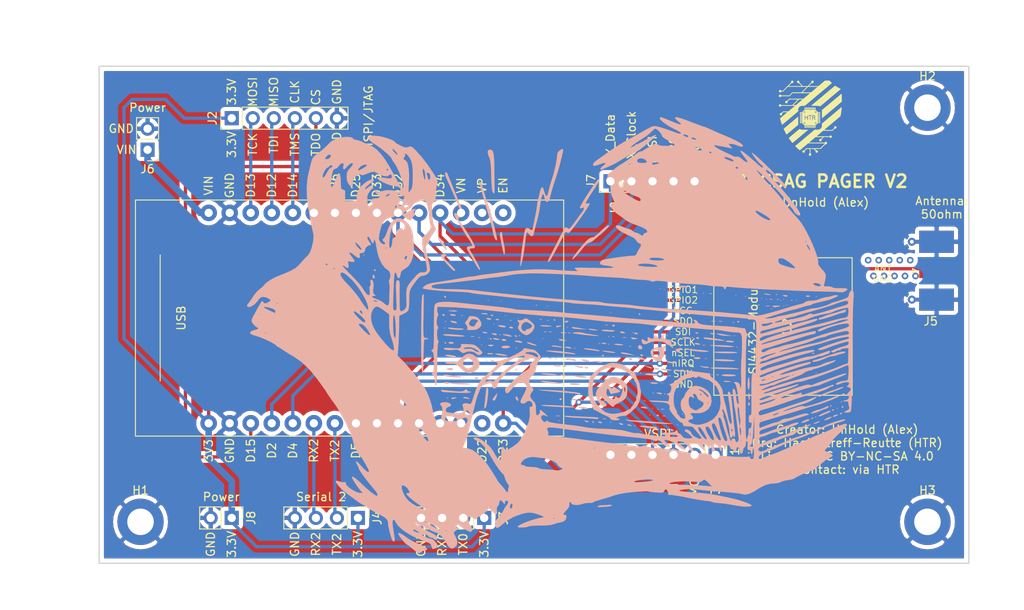
<source format=kicad_pcb>
(kicad_pcb (version 20171130) (host pcbnew "(5.1.9)-1")
  (layers (0 F.Cu signal hide) (31 B.Cu signal hide) (34 B.Paste user) (35 F.Paste user) (36 B.SilkS user) (37 F.SilkS user) (38 B.Mask user) (39 F.Mask user) (44 Edge.Cuts user))
  (net 0 "")
  (net 1 GND)
  (net 2 /HSPI_CLK)
  (net 3 /HSPI_MOSI)
  (net 4 /HSPI_MISO)
  (net 5 /HSPI_CS)
  (net 6 /nIRQ)
  (net 7 /RSSI)
  (net 8 /RX_Clock)
  (net 9 /RX_Data)
  (net 10 /VSPI_CS)
  (net 11 /VSPI_CLK)
  (net 12 /VSPI_MISO)
  (net 13 /VSPI_MOSI)
  (net 14 +3V3)
  (net 15 /RX0)
  (net 16 /TX0)
  (net 17 /RX2)
  (net 18 /TX2)
  (net 19 /VIN)
  (net 20 "Net-(U1-Pad2)")
  (net 21 "Net-(U1-Pad5)")
  (net 22 "Net-(U1-Pad30)")
  (net 23 "Net-(U1-Pad29)")
  (net 24 "Net-(U1-Pad28)")
  (net 25 "Net-(U1-Pad24)")
  (net 26 "Net-(U1-Pad23)")
  (net 27 "Net-(U1-Pad22)")
  (net 28 "Net-(U1-Pad21)")
  (net 29 /SDN)
  (net 30 "Net-(J5-Pad1)")
  (module "Pager-Interface (KiCAD):Ham-Radio" (layer F.Cu) (at 128.27 102.87)
    (fp_text reference G*** hide)
    (fp_text value LOGO hide)
  )
  (module Connector_PinHeader_2.54mm:PinHeader_1x02_P2.54mm_Vertical (layer F.Cu) (at 88.9 120.65 270)
    (fp_text reference J8 (at 0 -2.33 90) (layer F.SilkS))
    (fp_text value Power)
    (pad 2 thru_hole oval (at 0 2.54 270) (size 1.7 1.7) (drill 1) (layers *.Cu *.Mask) (net 1 GND))
    (pad 1 thru_hole rect (at 0 0 270) (size 1.7 1.7) (drill 1) (layers *.Cu *.Mask) (net 14 +3V3))
  )
  (module "Pager-Interface (KiCAD):HTR_Logo" (layer F.Cu) (at 158.75 72.39)
    (fp_text reference G*** hide)
    (fp_text value LOGO hide)
  )
  (module MountingHole:MountingHole_3.2mm_M3_DIN965_Pad_TopBottom (layer F.Cu) (at 172.89 121.12)
    (fp_text reference H3 (at 0 -3.8) (layer F.SilkS))
    (fp_text value M3)
    (pad 1 connect circle (at 0 0) (size 5.6 5.6) (layers B.Cu B.Mask) (net 1 GND))
    (pad 1 connect circle (at 0 0) (size 5.6 5.6) (layers F.Cu F.Mask) (net 1 GND))
    (pad 1 thru_hole circle (at 0 0) (size 3.6 3.6) (drill 3.2) (layers *.Cu *.Mask) (net 1 GND))
  )
  (module MountingHole:MountingHole_3.2mm_M3_DIN965_Pad_TopBottom (layer F.Cu) (at 172.89 71.12)
    (fp_text reference H2 (at 0 -3.8) (layer F.SilkS))
    (fp_text value M3)
    (pad 1 connect circle (at 0 0) (size 5.6 5.6) (layers B.Cu B.Mask) (net 1 GND))
    (pad 1 connect circle (at 0 0) (size 5.6 5.6) (layers F.Cu F.Mask) (net 1 GND))
    (pad 1 thru_hole circle (at 0 0) (size 3.6 3.6) (drill 3.2) (layers *.Cu *.Mask) (net 1 GND))
  )
  (module MountingHole:MountingHole_3.2mm_M3_DIN965_Pad_TopBottom (layer F.Cu) (at 77.89 121.12)
    (fp_text reference H1 (at 0 -3.8) (layer F.SilkS))
    (fp_text value M3)
    (pad 1 connect circle (at 0 0) (size 5.6 5.6) (layers B.Cu B.Mask) (net 1 GND))
    (pad 1 connect circle (at 0 0) (size 5.6 5.6) (layers F.Cu F.Mask) (net 1 GND))
    (pad 1 thru_hole circle (at 0 0) (size 3.6 3.6) (drill 3.2) (layers *.Cu *.Mask) (net 1 GND))
  )
  (module Connector_PinHeader_2.54mm:PinHeader_1x05_P2.54mm_Vertical (layer F.Cu) (at 134.62 80.01 90)
    (fp_text reference J7 (at 0 -2.33 90) (layer F.SilkS))
    (fp_text value "Debug SI4432")
    (pad 5 thru_hole oval (at 0 10.16 90) (size 1.7 1.7) (drill 1) (layers *.Cu *.Mask) (net 1 GND))
    (pad 4 thru_hole oval (at 0 7.62 90) (size 1.7 1.7) (drill 1) (layers *.Cu *.Mask) (net 6 /nIRQ))
    (pad 3 thru_hole oval (at 0 5.08 90) (size 1.7 1.7) (drill 1) (layers *.Cu *.Mask) (net 7 /RSSI))
    (pad 2 thru_hole oval (at 0 2.54 90) (size 1.7 1.7) (drill 1) (layers *.Cu *.Mask) (net 8 /RX_Clock))
    (pad 1 thru_hole rect (at 0 0 90) (size 1.7 1.7) (drill 1) (layers *.Cu *.Mask) (net 9 /RX_Data))
  )
  (module Connector_PinHeader_2.54mm:PinHeader_1x02_P2.54mm_Vertical (layer F.Cu) (at 78.74 76.2 180)
    (fp_text reference J6 (at 0 -2.33) (layer F.SilkS))
    (fp_text value "Ext Power")
    (pad 2 thru_hole oval (at 0 2.54 180) (size 1.7 1.7) (drill 1) (layers *.Cu *.Mask) (net 1 GND))
    (pad 1 thru_hole rect (at 0 0 180) (size 1.7 1.7) (drill 1) (layers *.Cu *.Mask) (net 19 /VIN))
  )
  (module Connector_Coaxial:SMA_Molex_73251-2120_EdgeMount_Horizontal (layer F.Cu) (at 173.99 90.805)
    (fp_text reference J5 (at -0.705 6.1) (layer F.SilkS))
    (fp_text value "SMA ANT")
    (pad 2 smd rect (at -2.54 3.4925) (size 0.89 0.46) (layers B.Cu) (net 1 GND))
    (pad 2 thru_hole circle (at -2.985 3.4925) (size 0.97 0.97) (drill 0.46) (layers *.Cu) (net 1 GND))
    (pad 2 smd rect (at -2.54 3.4925) (size 0.89 0.46) (layers F.Cu) (net 1 GND))
    (pad 2 smd rect (at 0 -3.4925) (size 4.19 2.665) (layers B.Cu B.Paste B.Mask) (net 1 GND))
    (pad 2 smd rect (at 0 -3.4925) (size 4.19 2.665) (layers F.Cu F.Paste F.Mask) (net 1 GND))
    (pad 2 smd rect (at 0 3.4925) (size 4.19 2.665) (layers B.Cu B.Paste B.Mask) (net 1 GND))
    (pad 1 smd rect (at 0 0) (size 4.19 1.78) (layers F.Cu F.Paste F.Mask) (net 30 "Net-(J5-Pad1)"))
    (pad 2 smd rect (at 0 3.4925) (size 4.19 2.665) (layers F.Cu F.Paste F.Mask) (net 1 GND))
    (pad 2 thru_hole circle (at -2.985 -3.4925) (size 0.97 0.97) (drill 0.46) (layers *.Cu) (net 1 GND))
    (pad 2 smd rect (at -2.54 -3.4925) (size 0.89 0.46) (layers F.Cu) (net 1 GND))
    (pad 2 smd rect (at -2.54 -3.4925) (size 0.89 0.46) (layers B.Cu) (net 1 GND))
  )
  (module Connector_PinHeader_2.54mm:PinHeader_1x04_P2.54mm_Vertical (layer F.Cu) (at 104.14 120.65 270)
    (fp_text reference J4 (at 0 -2.33 90) (layer F.SilkS))
    (fp_text value Serial2)
    (pad 4 thru_hole oval (at 0 7.62 270) (size 1.7 1.7) (drill 1) (layers *.Cu *.Mask) (net 1 GND))
    (pad 3 thru_hole oval (at 0 5.08 270) (size 1.7 1.7) (drill 1) (layers *.Cu *.Mask) (net 17 /RX2))
    (pad 2 thru_hole oval (at 0 2.54 270) (size 1.7 1.7) (drill 1) (layers *.Cu *.Mask) (net 18 /TX2))
    (pad 1 thru_hole rect (at 0 0 270) (size 1.7 1.7) (drill 1) (layers *.Cu *.Mask) (net 14 +3V3))
  )
  (module Connector_PinHeader_2.54mm:PinHeader_1x04_P2.54mm_Vertical (layer F.Cu) (at 119.38 120.65 270)
    (fp_text reference J3 (at 0 -2.33 90) (layer F.SilkS))
    (fp_text value Serial)
    (pad 4 thru_hole oval (at 0 7.62 270) (size 1.7 1.7) (drill 1) (layers *.Cu *.Mask) (net 1 GND))
    (pad 3 thru_hole oval (at 0 5.08 270) (size 1.7 1.7) (drill 1) (layers *.Cu *.Mask) (net 15 /RX0))
    (pad 2 thru_hole oval (at 0 2.54 270) (size 1.7 1.7) (drill 1) (layers *.Cu *.Mask) (net 16 /TX0))
    (pad 1 thru_hole rect (at 0 0 270) (size 1.7 1.7) (drill 1) (layers *.Cu *.Mask) (net 14 +3V3))
  )
  (module Connector_PinHeader_2.54mm:PinHeader_1x06_P2.54mm_Vertical (layer F.Cu) (at 88.9 72.39 90)
    (fp_text reference J2 (at 0 -2.33 90) (layer F.SilkS))
    (fp_text value HSPI)
    (pad 6 thru_hole oval (at 0 12.7 90) (size 1.7 1.7) (drill 1) (layers *.Cu *.Mask) (net 1 GND))
    (pad 5 thru_hole oval (at 0 10.16 90) (size 1.7 1.7) (drill 1) (layers *.Cu *.Mask) (net 5 /HSPI_CS))
    (pad 4 thru_hole oval (at 0 7.62 90) (size 1.7 1.7) (drill 1) (layers *.Cu *.Mask) (net 2 /HSPI_CLK))
    (pad 3 thru_hole oval (at 0 5.08 90) (size 1.7 1.7) (drill 1) (layers *.Cu *.Mask) (net 4 /HSPI_MISO))
    (pad 2 thru_hole oval (at 0 2.54 90) (size 1.7 1.7) (drill 1) (layers *.Cu *.Mask) (net 3 /HSPI_MOSI))
    (pad 1 thru_hole rect (at 0 0 90) (size 1.7 1.7) (drill 1) (layers *.Cu *.Mask) (net 14 +3V3))
  )
  (module Connector_PinHeader_2.54mm:PinHeader_1x06_P2.54mm_Vertical (layer F.Cu) (at 147.32 113.03 270)
    (fp_text reference J1 (at 0 -2.33 90) (layer F.SilkS))
    (fp_text value VSPI)
    (pad 6 thru_hole oval (at 0 12.7 270) (size 1.7 1.7) (drill 1) (layers *.Cu *.Mask) (net 1 GND))
    (pad 5 thru_hole oval (at 0 10.16 270) (size 1.7 1.7) (drill 1) (layers *.Cu *.Mask) (net 10 /VSPI_CS))
    (pad 4 thru_hole oval (at 0 7.62 270) (size 1.7 1.7) (drill 1) (layers *.Cu *.Mask) (net 11 /VSPI_CLK))
    (pad 3 thru_hole oval (at 0 5.08 270) (size 1.7 1.7) (drill 1) (layers *.Cu *.Mask) (net 12 /VSPI_MISO))
    (pad 2 thru_hole oval (at 0 2.54 270) (size 1.7 1.7) (drill 1) (layers *.Cu *.Mask) (net 13 /VSPI_MOSI))
    (pad 1 thru_hole rect (at 0 0 270) (size 1.7 1.7) (drill 1) (layers *.Cu *.Mask) (net 14 +3V3))
  )
  (module "Pager-Interface (KiCAD):SI4432-Module" (layer F.Cu) (at 155.448 97.536 90)
    (fp_text reference U2 (at 0 0.5 90) (layer F.SilkS))
    (fp_text value SI4432-Module)
    (fp_text user SI4432-Module (at 0.08382 -3.57378 90) (layer F.SilkS))
    (fp_text user GND (at 6.985 -11.811) (layer F.SilkS) (effects (font (size 0.8 0.8) (thickness 0.11))))
    (fp_text user GPIO0 (at 5.715 -12.065) (layer F.SilkS) (effects (font (size 0.8 0.8) (thickness 0.11))))
    (fp_text user GPIO1 (at 4.445 -12.065) (layer F.SilkS) (effects (font (size 0.8 0.8) (thickness 0.11))))
    (fp_text user GPIO2 (at 3.175 -12.065) (layer F.SilkS) (effects (font (size 0.8 0.8) (thickness 0.11))))
    (fp_text user VCC (at 1.905 -12.065) (layer F.SilkS) (effects (font (size 0.8 0.8) (thickness 0.11))))
    (fp_text user SDO (at 0.635 -12.065) (layer F.SilkS) (effects (font (size 0.8 0.8) (thickness 0.11))))
    (fp_text user SDI (at -0.635 -12.065) (layer F.SilkS) (effects (font (size 0.8 0.8) (thickness 0.11))))
    (fp_text user SCLK (at -1.905 -12.065) (layer F.SilkS) (effects (font (size 0.8 0.8) (thickness 0.11))))
    (fp_text user nSEL (at -3.175 -12.065) (layer F.SilkS) (effects (font (size 0.8 0.8) (thickness 0.11))))
    (fp_text user nIRQ (at -4.445 -12.065) (layer F.SilkS) (effects (font (size 0.8 0.8) (thickness 0.11))))
    (fp_text user SDN (at -5.715 -12.065) (layer F.SilkS) (effects (font (size 0.8 0.8) (thickness 0.11))))
    (fp_text user GND (at -6.985 -12.065) (layer F.SilkS) (effects (font (size 0.8 0.8) (thickness 0.11))))
    (fp_text user ANT (at 6.985 12.065) (layer F.SilkS) (effects (font (size 0.8 0.8) (thickness 0.11))))
    (fp_text user GND (at 5.715 12.065) (layer F.SilkS) (effects (font (size 0.8 0.8) (thickness 0.11))))
    (pad 12 smd rect (at -7 -8.35 90) (size 0.8 3) (layers F.Cu F.Paste F.Mask) (net 1 GND))
    (pad 11 smd rect (at -5.73 -8.35 90) (size 0.8 3) (layers F.Cu F.Paste F.Mask) (net 29 /SDN))
    (pad 10 smd rect (at -4.46 -8.35 90) (size 0.8 3) (layers F.Cu F.Paste F.Mask) (net 6 /nIRQ))
    (pad 9 smd rect (at -3.19 -8.35 90) (size 0.8 3) (layers F.Cu F.Paste F.Mask) (net 10 /VSPI_CS))
    (pad 8 smd rect (at -1.92 -8.35 90) (size 0.8 3) (layers F.Cu F.Paste F.Mask) (net 11 /VSPI_CLK))
    (pad 7 smd rect (at -0.65 -8.35 90) (size 0.8 3) (layers F.Cu F.Paste F.Mask) (net 13 /VSPI_MOSI))
    (pad 6 smd rect (at 0.62 -8.35 90) (size 0.8 3) (layers F.Cu F.Paste F.Mask) (net 12 /VSPI_MISO))
    (pad 5 smd rect (at 1.89 -8.35 90) (size 0.8 3) (layers F.Cu F.Paste F.Mask) (net 14 +3V3))
    (pad 4 smd rect (at 3.16 -8.35 90) (size 0.8 3) (layers F.Cu F.Paste F.Mask) (net 7 /RSSI))
    (pad 3 smd rect (at 4.43 -8.35 90) (size 0.8 3) (layers F.Cu F.Paste F.Mask) (net 8 /RX_Clock))
    (pad 2 smd rect (at 5.7 -8.35 90) (size 0.8 3) (layers F.Cu F.Paste F.Mask) (net 9 /RX_Data))
    (pad 1 smd rect (at 6.97 -8.35 90) (size 0.8 3) (layers F.Cu F.Paste F.Mask) (net 1 GND))
    (pad 13 smd rect (at 6.97 8.35 90) (size 0.8 3) (layers F.Cu F.Paste F.Mask) (net 30 "Net-(J5-Pad1)"))
    (pad 14 smd rect (at 5.7 8.35 90) (size 0.8 3) (layers F.Cu F.Paste F.Mask) (net 1 GND))
  )
  (module "Pager-Interface (KiCAD):ESP32_NodeMCU" (layer F.Cu) (at 103.124 96.52 180)
    (fp_text reference U1 (at 0 -7.62) (layer F.SilkS))
    (fp_text value ESP32_NodeMCU)
    (fp_text user USB (at 20.32 0 270) (layer F.SilkS))
    (fp_text user 3V3 (at 17.018 -16.002 270) (layer F.SilkS))
    (fp_text user GND (at 14.47 -16.002 90) (layer F.SilkS))
    (fp_text user D15 (at 11.93 -16.002 90) (layer F.SilkS))
    (fp_text user D2 (at 9.39 -16.002 90) (layer F.SilkS))
    (fp_text user D4 (at 6.85 -16.002 90) (layer F.SilkS))
    (fp_text user RX2 (at 4.31 -16.002 90) (layer F.SilkS))
    (fp_text user TX2 (at 1.77 -16.002 90) (layer F.SilkS))
    (fp_text user D5 (at -0.77 -16.002 90) (layer F.SilkS))
    (fp_text user D18 (at -3.31 -16.002 90) (layer F.SilkS))
    (fp_text user D19 (at -5.85 -16.002 90) (layer F.SilkS))
    (fp_text user D21 (at -8.39 -16.002 90) (layer F.SilkS))
    (fp_text user RX0 (at -10.93 -16.002 90) (layer F.SilkS))
    (fp_text user TX0 (at -13.47 -16.002 90) (layer F.SilkS))
    (fp_text user D22 (at -16.01 -16.002 90) (layer F.SilkS))
    (fp_text user D23 (at -18.55 -16.002 90) (layer F.SilkS))
    (fp_text user VIN (at 17.018 16.002 90) (layer F.SilkS))
    (fp_text user GND (at 14.478 16.002 90) (layer F.SilkS))
    (fp_text user D13 (at 11.938 16.002 90) (layer F.SilkS))
    (fp_text user D12 (at 9.398 16.002 90) (layer F.SilkS))
    (fp_text user D14 (at 6.858 16.002 90) (layer F.SilkS))
    (fp_text user D27 (at 4.318 16.002 90) (layer F.SilkS))
    (fp_text user D26 (at 1.778 16.002 90) (layer F.SilkS))
    (fp_text user D25 (at -0.762 16.002 90) (layer F.SilkS))
    (fp_text user D33 (at -3.302 16.002 90) (layer F.SilkS))
    (fp_text user D32 (at -5.842 16.002 90) (layer F.SilkS))
    (fp_text user D35 (at -8.382 16.002 90) (layer F.SilkS))
    (fp_text user D34 (at -10.922 16.002 90) (layer F.SilkS))
    (fp_text user VN (at -13.462 16.002 90) (layer F.SilkS))
    (fp_text user VP (at -16.002 16.002 90) (layer F.SilkS))
    (fp_text user EN (at -18.542 16.002 90) (layer F.SilkS))
    (pad 1 thru_hole circle (at -18.55 -12.7 180) (size 2 2) (drill 1) (layers *.Cu *.Mask) (net 13 /VSPI_MOSI))
    (pad 2 thru_hole circle (at -16.01 -12.7 180) (size 2 2) (drill 1) (layers *.Cu *.Mask) (net 20 "Net-(U1-Pad2)"))
    (pad 3 thru_hole circle (at -13.47 -12.7 180) (size 2 2) (drill 1) (layers *.Cu *.Mask) (net 16 /TX0))
    (pad 4 thru_hole circle (at -10.93 -12.7 180) (size 2 2) (drill 1) (layers *.Cu *.Mask) (net 15 /RX0))
    (pad 5 thru_hole circle (at -8.39 -12.7 180) (size 2 2) (drill 1) (layers *.Cu *.Mask) (net 21 "Net-(U1-Pad5)"))
    (pad 6 thru_hole circle (at -5.85 -12.7 180) (size 2 2) (drill 1) (layers *.Cu *.Mask) (net 12 /VSPI_MISO))
    (pad 7 thru_hole circle (at -3.31 -12.7 180) (size 2 2) (drill 1) (layers *.Cu *.Mask) (net 11 /VSPI_CLK))
    (pad 8 thru_hole circle (at -0.77 -12.7 180) (size 2 2) (drill 1) (layers *.Cu *.Mask) (net 10 /VSPI_CS))
    (pad 9 thru_hole circle (at 1.77 -12.7 180) (size 2 2) (drill 1) (layers *.Cu *.Mask) (net 18 /TX2))
    (pad 10 thru_hole circle (at 4.31 -12.7 180) (size 2 2) (drill 1) (layers *.Cu *.Mask) (net 17 /RX2))
    (pad 11 thru_hole circle (at 6.85 -12.7 180) (size 2 2) (drill 1) (layers *.Cu *.Mask) (net 29 /SDN))
    (pad 12 thru_hole circle (at 9.39 -12.7 180) (size 2 2) (drill 1) (layers *.Cu *.Mask) (net 6 /nIRQ))
    (pad 13 thru_hole circle (at 11.93 -12.7 180) (size 2 2) (drill 1) (layers *.Cu *.Mask) (net 5 /HSPI_CS))
    (pad 14 thru_hole circle (at 14.47 -12.7 180) (size 2 2) (drill 1) (layers *.Cu *.Mask) (net 1 GND))
    (pad 15 thru_hole circle (at 17.01 -12.7 180) (size 2 2) (drill 1) (layers *.Cu *.Mask) (net 14 +3V3))
    (pad 30 thru_hole circle (at -18.55 12.7 180) (size 2 2) (drill 1) (layers *.Cu *.Mask) (net 22 "Net-(U1-Pad30)"))
    (pad 29 thru_hole circle (at -16.01 12.7 180) (size 2 2) (drill 1) (layers *.Cu *.Mask) (net 23 "Net-(U1-Pad29)"))
    (pad 28 thru_hole circle (at -13.47 12.7 180) (size 2 2) (drill 1) (layers *.Cu *.Mask) (net 24 "Net-(U1-Pad28)"))
    (pad 27 thru_hole circle (at -10.93 12.7 180) (size 2 2) (drill 1) (layers *.Cu *.Mask) (net 9 /RX_Data))
    (pad 26 thru_hole circle (at -8.39 12.7 180) (size 2 2) (drill 1) (layers *.Cu *.Mask) (net 8 /RX_Clock))
    (pad 25 thru_hole circle (at -5.85 12.7 180) (size 2 2) (drill 1) (layers *.Cu *.Mask) (net 7 /RSSI))
    (pad 24 thru_hole circle (at -3.31 12.7 180) (size 2 2) (drill 1) (layers *.Cu *.Mask) (net 25 "Net-(U1-Pad24)"))
    (pad 23 thru_hole circle (at -0.77 12.7 180) (size 2 2) (drill 1) (layers *.Cu *.Mask) (net 26 "Net-(U1-Pad23)"))
    (pad 22 thru_hole circle (at 1.77 12.7 180) (size 2 2) (drill 1) (layers *.Cu *.Mask) (net 27 "Net-(U1-Pad22)"))
    (pad 21 thru_hole circle (at 4.31 12.7 180) (size 2 2) (drill 1) (layers *.Cu *.Mask) (net 28 "Net-(U1-Pad21)"))
    (pad 20 thru_hole circle (at 6.85 12.7 180) (size 2 2) (drill 1) (layers *.Cu *.Mask) (net 2 /HSPI_CLK))
    (pad 19 thru_hole circle (at 9.39 12.7 180) (size 2 2) (drill 1) (layers *.Cu *.Mask) (net 4 /HSPI_MISO))
    (pad 18 thru_hole circle (at 11.93 12.7 180) (size 2 2) (drill 1) (layers *.Cu *.Mask) (net 3 /HSPI_MOSI))
    (pad 17 thru_hole circle (at 14.47 12.7 180) (size 2 2) (drill 1) (layers *.Cu *.Mask) (net 1 GND))
    (pad 16 thru_hole circle (at 17.01 12.7 180) (size 2 2) (drill 1) (layers *.Cu *.Mask) (net 19 /VIN))
  )
  (gr_text "Creator: UnHold (Alex)\nOrg: Hackertreff-Reutte (HTR)\nLicense: CC BY-NC-SA 4.0\nContact: via HTR" (at 163.195 112.395) (layer F.SilkS) (effects (font (size 1 1))))
  (gr_text Power (at 87.63 118.11) (layer F.SilkS) (effects (font (size 1 1))))
  (gr_text 3.3V (at 88.9 123.825 90) (layer F.SilkS) (effects (font (size 1 1))))
  (gr_text GND (at 86.36 123.825 90) (layer F.SilkS) (effects (font (size 1 1))))
  (gr_text "by UnHold (Alex)" (at 159.385 82.55) (layer F.SilkS) (effects (font (size 1 1))))
  (gr_text "POCSAG PAGER V2" (at 160.02 80.01) (layer F.SilkS) (effects (font (size 1.5 1.5) (thickness 0.3))))
  (gr_text Power (at 78.74 71.12) (layer F.SilkS) (effects (font (size 1 1))))
  (gr_text "Antenna:\n50ohm" (at 174.625 83.185) (layer F.SilkS) (effects (font (size 1 1))))
  (gr_text "SI4432 Debug" (at 139.7 83.185) (layer F.SilkS) (effects (font (size 1 1))))
  (gr_text HSPI/JTAG (at 105.41 72.39 90) (layer F.SilkS) (effects (font (size 1 1))))
  (gr_text "Serial 2" (at 99.695 118.11) (layer F.SilkS) (effects (font (size 1 1))))
  (gr_text Serial (at 115.57 118.11) (layer F.SilkS) (effects (font (size 1 1))))
  (gr_text VSPI (at 140.335 110.49) (layer F.SilkS) (effects (font (size 1 1))))
  (gr_text 3.3V (at 147.32 116.205 90) (layer F.SilkS) (effects (font (size 1 1))))
  (gr_text MOSI (at 144.78 116.205 90) (layer F.SilkS) (effects (font (size 1 1))))
  (gr_text MISO (at 142.24 116.205 90) (layer F.SilkS) (effects (font (size 1 1))))
  (gr_text CLK (at 139.7 116.205 90) (layer F.SilkS) (effects (font (size 1 1))))
  (gr_text CS (at 137.16 116.205 90) (layer F.SilkS) (effects (font (size 1 1))))
  (gr_text GND (at 134.62 116.205 90) (layer F.SilkS) (effects (font (size 1 1))))
  (gr_text GND (at 144.78 76.835 90) (layer F.SilkS) (effects (font (size 1 1))))
  (gr_text nIRQ (at 142.24 76.2 90) (layer F.SilkS) (effects (font (size 1 1))))
  (gr_text RSSI (at 139.7 76.2 90) (layer F.SilkS) (effects (font (size 1 1))))
  (gr_text RX_Clock (at 137.16 74.93 90) (layer F.SilkS) (effects (font (size 1 1))))
  (gr_text RX_Data (at 134.62 74.93 90) (layer F.SilkS) (effects (font (size 1 1))))
  (gr_text VIN (at 76.2 76.2) (layer F.SilkS) (effects (font (size 1 1))))
  (gr_text GND (at 75.565 73.66) (layer F.SilkS) (effects (font (size 1 1))))
  (gr_text 3.3V (at 88.9 75.565 90) (layer F.SilkS) (effects (font (size 1 1))))
  (gr_text GND (at 101.6 75.565 90) (layer F.SilkS) (effects (font (size 1 1))))
  (gr_text TDO (at 99.06 75.565 90) (layer F.SilkS) (effects (font (size 1 1))))
  (gr_text TMS (at 96.52 75.565 90) (layer F.SilkS) (effects (font (size 1 1))))
  (gr_text TDI (at 93.98 75.565 90) (layer F.SilkS) (effects (font (size 1 1))))
  (gr_text TCK (at 91.44 75.565 90) (layer F.SilkS) (effects (font (size 1 1))))
  (gr_text GND (at 101.6 69.215 90) (layer F.SilkS) (effects (font (size 1 1))))
  (gr_text CS (at 99.06 69.85 90) (layer F.SilkS) (effects (font (size 1 1))))
  (gr_text CLK (at 96.52 69.215 90) (layer F.SilkS) (effects (font (size 1 1))))
  (gr_text MISO (at 93.98 69.215 90) (layer F.SilkS) (effects (font (size 1 1))))
  (gr_text MOSI (at 91.44 69.215 90) (layer F.SilkS) (effects (font (size 1 1))))
  (gr_text 3.3V (at 88.9 69.215 90) (layer F.SilkS) (effects (font (size 1 1))))
  (gr_text 3.3V (at 119.38 123.825 90) (layer F.SilkS) (effects (font (size 1 1))))
  (gr_text TX0 (at 116.84 123.825 90) (layer F.SilkS) (effects (font (size 1 1))))
  (gr_text RX0 (at 114.3 123.825 90) (layer F.SilkS) (effects (font (size 1 1))))
  (gr_text GND (at 111.76 123.825 90) (layer F.SilkS) (effects (font (size 1 1))))
  (gr_text 3.3V (at 104.14 123.825 90) (layer F.SilkS) (effects (font (size 1 1))))
  (gr_text TX2 (at 101.6 123.825 90) (layer F.SilkS) (effects (font (size 1 1))))
  (gr_text RX2 (at 99.06 123.825 90) (layer F.SilkS) (effects (font (size 1 1))))
  (gr_text GND (at 96.52 123.825 90) (layer F.SilkS) (effects (font (size 1 1))))
  (gr_line (start 177.89 126.12) (end 72.89 126.12) (layer Edge.Cuts) (width 0.15))
  (gr_line (start 177.89 66.12) (end 177.89 126.12) (layer Edge.Cuts) (width 0.15))
  (gr_line (start 72.89 66.12) (end 177.89 66.12) (layer Edge.Cuts) (width 0.15))
  (gr_line (start 72.89 66.12) (end 72.89 126.12) (layer Edge.Cuts) (width 0.15))
  (via (at 165.735 89.535) (size 0.8) (drill 0.4) (layers F.Cu B.Cu) (net 0))
  (via (at 167.005 89.535) (size 0.8) (drill 0.4) (layers F.Cu B.Cu) (net 0))
  (via (at 168.275 89.535) (size 0.8) (drill 0.4) (layers F.Cu B.Cu) (net 0))
  (via (at 169.545 89.535) (size 0.8) (drill 0.4) (layers F.Cu B.Cu) (net 0))
  (via (at 170.815 89.535) (size 0.8) (drill 0.4) (layers F.Cu B.Cu) (net 0))
  (via (at 166.37 91.44) (size 0.8) (drill 0.4) (layers F.Cu B.Cu) (net 0))
  (via (at 167.64 91.44) (size 0.8) (drill 0.4) (layers F.Cu B.Cu) (net 0))
  (via (at 168.91 91.44) (size 0.8) (drill 0.4) (layers F.Cu B.Cu) (net 0))
  (via (at 170.18 91.44) (size 0.8) (drill 0.4) (layers F.Cu B.Cu) (net 0))
  (via (at 171.45 91.44) (size 0.8) (drill 0.4) (layers F.Cu B.Cu) (net 0))
  (segment (start 96.274 72.636) (end 96.52 72.39) (width 0.4) (layer B.Cu) (net 2))
  (segment (start 96.274 83.82) (end 96.274 72.636) (width 0.4) (layer B.Cu) (net 2))
  (segment (start 91.194 72.636) (end 91.44 72.39) (width 0.4) (layer B.Cu) (net 3))
  (segment (start 91.194 83.82) (end 91.194 72.636) (width 0.4) (layer B.Cu) (net 3))
  (segment (start 93.734 72.636) (end 93.98 72.39) (width 0.4) (layer B.Cu) (net 4))
  (segment (start 93.734 83.82) (end 93.734 72.636) (width 0.4) (layer B.Cu) (net 4))
  (segment (start 91.194 111.244) (end 91.194 109.22) (width 0.4) (layer F.Cu) (net 5))
  (segment (start 89.154 113.284) (end 91.194 111.244) (width 0.4) (layer F.Cu) (net 5))
  (segment (start 83.566 113.284) (end 89.154 113.284) (width 0.4) (layer F.Cu) (net 5))
  (segment (start 83.312 113.03) (end 83.566 113.284) (width 0.4) (layer F.Cu) (net 5))
  (segment (start 83.312 79.756) (end 83.312 113.03) (width 0.4) (layer F.Cu) (net 5))
  (segment (start 99.06 72.39) (end 99.06 76.708) (width 0.4) (layer F.Cu) (net 5))
  (segment (start 99.06 76.708) (end 97.536 78.232) (width 0.4) (layer F.Cu) (net 5))
  (segment (start 97.536 78.232) (end 84.836 78.232) (width 0.4) (layer F.Cu) (net 5))
  (segment (start 84.836 78.232) (end 83.312 79.756) (width 0.4) (layer F.Cu) (net 5))
  (segment (start 147.098 101.996) (end 141.366 101.996) (width 0.4) (layer F.Cu) (net 6))
  (segment (start 141.366 101.996) (end 140.574 101.996) (width 0.4) (layer F.Cu) (net 6))
  (segment (start 140.574 101.996) (end 140.574 101.996) (width 0.4) (layer F.Cu) (net 6))
  (via (at 140.574 101.996) (size 0.8) (drill 0.4) (layers F.Cu B.Cu) (net 6))
  (segment (start 93.734 106.926) (end 93.734 109.22) (width 0.4) (layer B.Cu) (net 6))
  (segment (start 98.664 101.996) (end 93.734 106.926) (width 0.4) (layer B.Cu) (net 6))
  (segment (start 140.574 101.996) (end 98.664 101.996) (width 0.4) (layer B.Cu) (net 6))
  (segment (start 142.24 80.01) (end 142.24 96.52) (width 0.4) (layer B.Cu) (net 6))
  (segment (start 140.574 98.186) (end 140.574 101.996) (width 0.4) (layer B.Cu) (net 6))
  (segment (start 142.24 96.52) (end 140.574 98.186) (width 0.4) (layer B.Cu) (net 6))
  (segment (start 108.974 85.86) (end 108.974 83.82) (width 0.4) (layer F.Cu) (net 7))
  (segment (start 117.49 94.376) (end 108.974 85.86) (width 0.4) (layer F.Cu) (net 7))
  (segment (start 147.098 94.376) (end 117.49 94.376) (width 0.4) (layer F.Cu) (net 7))
  (segment (start 139.7 80.01) (end 139.7 82.55) (width 0.4) (layer B.Cu) (net 7))
  (segment (start 139.7 82.55) (end 133.35 88.9) (width 0.4) (layer B.Cu) (net 7))
  (segment (start 133.35 88.9) (end 111.76 88.9) (width 0.4) (layer B.Cu) (net 7))
  (segment (start 108.974 86.114) (end 108.974 83.82) (width 0.4) (layer B.Cu) (net 7))
  (segment (start 111.76 88.9) (end 108.974 86.114) (width 0.4) (layer B.Cu) (net 7))
  (segment (start 111.514 86.114) (end 111.514 83.82) (width 0.4) (layer F.Cu) (net 8))
  (segment (start 118.506 93.106) (end 111.514 86.114) (width 0.4) (layer F.Cu) (net 8))
  (segment (start 147.098 93.106) (end 118.506 93.106) (width 0.4) (layer F.Cu) (net 8))
  (segment (start 113.03 87.63) (end 111.514 86.114) (width 0.4) (layer B.Cu) (net 8))
  (segment (start 133.35 87.63) (end 113.03 87.63) (width 0.4) (layer B.Cu) (net 8))
  (segment (start 111.514 86.114) (end 111.514 83.82) (width 0.4) (layer B.Cu) (net 8))
  (segment (start 137.16 83.82) (end 133.35 87.63) (width 0.4) (layer B.Cu) (net 8))
  (segment (start 137.16 80.01) (end 137.16 83.82) (width 0.4) (layer B.Cu) (net 8))
  (segment (start 114.054 86.622) (end 114.054 83.82) (width 0.4) (layer F.Cu) (net 9))
  (segment (start 119.268 91.836) (end 114.054 86.622) (width 0.4) (layer F.Cu) (net 9))
  (segment (start 147.098 91.836) (end 119.268 91.836) (width 0.4) (layer F.Cu) (net 9))
  (segment (start 134.62 80.01) (end 134.62 85.09) (width 0.4) (layer B.Cu) (net 9))
  (segment (start 134.62 85.09) (end 133.35 86.36) (width 0.4) (layer B.Cu) (net 9))
  (segment (start 133.35 86.36) (end 115.57 86.36) (width 0.4) (layer B.Cu) (net 9))
  (segment (start 114.054 84.844) (end 114.054 83.82) (width 0.4) (layer B.Cu) (net 9))
  (segment (start 115.57 86.36) (end 114.054 84.844) (width 0.4) (layer B.Cu) (net 9))
  (segment (start 103.894 111.514) (end 103.894 109.22) (width 0.4) (layer F.Cu) (net 10))
  (segment (start 106.68 114.3) (end 103.894 111.514) (width 0.4) (layer F.Cu) (net 10))
  (segment (start 125.73 114.3) (end 106.68 114.3) (width 0.4) (layer F.Cu) (net 10))
  (segment (start 139.304 100.726) (end 125.73 114.3) (width 0.4) (layer F.Cu) (net 10))
  (segment (start 147.098 100.726) (end 139.304 100.726) (width 0.4) (layer F.Cu) (net 10))
  (segment (start 137.16 115.57) (end 137.16 113.03) (width 0.4) (layer F.Cu) (net 10))
  (segment (start 135.89 116.84) (end 137.16 115.57) (width 0.4) (layer F.Cu) (net 10))
  (segment (start 128.27 116.84) (end 135.89 116.84) (width 0.4) (layer F.Cu) (net 10))
  (segment (start 125.73 114.3) (end 128.27 116.84) (width 0.4) (layer F.Cu) (net 10))
  (segment (start 147.098 99.456) (end 138.034 99.456) (width 0.4) (layer F.Cu) (net 11))
  (segment (start 138.034 99.456) (end 130.81 106.68) (width 0.4) (layer F.Cu) (net 11))
  (segment (start 124.46 113.03) (end 107.95 113.03) (width 0.4) (layer F.Cu) (net 11))
  (segment (start 106.434 111.514) (end 106.434 109.22) (width 0.4) (layer F.Cu) (net 11))
  (segment (start 107.95 113.03) (end 106.434 111.514) (width 0.4) (layer F.Cu) (net 11))
  (segment (start 130.81 106.68) (end 124.46 113.03) (width 0.4) (layer F.Cu) (net 11))
  (via (at 130.81 106.68) (size 0.8) (drill 0.4) (layers F.Cu B.Cu) (net 11))
  (segment (start 130.81 106.68) (end 135.89 106.68) (width 0.4) (layer B.Cu) (net 11))
  (segment (start 139.7 110.49) (end 139.7 113.03) (width 0.4) (layer B.Cu) (net 11))
  (segment (start 135.89 106.68) (end 139.7 110.49) (width 0.4) (layer B.Cu) (net 11))
  (segment (start 147.098 96.916) (end 117.714 96.916) (width 0.4) (layer F.Cu) (net 12))
  (segment (start 108.974 105.656) (end 108.974 109.22) (width 0.4) (layer F.Cu) (net 12))
  (segment (start 117.714 96.916) (end 108.974 105.656) (width 0.4) (layer F.Cu) (net 12))
  (segment (start 108.974 109.22) (end 108.974 105.656) (width 0.4) (layer B.Cu) (net 12))
  (segment (start 108.974 105.656) (end 110.49 104.14) (width 0.4) (layer B.Cu) (net 12))
  (segment (start 142.24 110.49) (end 142.24 113.03) (width 0.4) (layer B.Cu) (net 12))
  (segment (start 135.89 104.14) (end 142.24 110.49) (width 0.4) (layer B.Cu) (net 12))
  (segment (start 110.49 104.14) (end 135.89 104.14) (width 0.4) (layer B.Cu) (net 12))
  (segment (start 147.098 98.186) (end 129.144 98.186) (width 0.4) (layer F.Cu) (net 13))
  (segment (start 121.674 105.656) (end 121.674 109.22) (width 0.4) (layer F.Cu) (net 13))
  (segment (start 129.144 98.186) (end 121.674 105.656) (width 0.4) (layer F.Cu) (net 13))
  (segment (start 143.51 116.84) (end 144.78 115.57) (width 0.4) (layer B.Cu) (net 13))
  (segment (start 144.78 115.57) (end 144.78 113.03) (width 0.4) (layer B.Cu) (net 13))
  (segment (start 130.81 116.84) (end 143.51 116.84) (width 0.4) (layer B.Cu) (net 13))
  (segment (start 123.19 109.22) (end 130.81 116.84) (width 0.4) (layer B.Cu) (net 13))
  (segment (start 121.674 109.22) (end 123.19 109.22) (width 0.4) (layer B.Cu) (net 13))
  (segment (start 147.098 95.646) (end 92.949 95.646) (width 0.4) (layer F.Cu) (net 14))
  (segment (start 86.114 102.481) (end 86.114 109.22) (width 0.4) (layer F.Cu) (net 14))
  (segment (start 92.949 95.646) (end 86.114 102.481) (width 0.4) (layer F.Cu) (net 14))
  (segment (start 119.38 122.63) (end 119.38 120.65) (width 0.4) (layer B.Cu) (net 14))
  (segment (start 117.89 124.12) (end 119.38 122.63) (width 0.4) (layer B.Cu) (net 14))
  (segment (start 104.14 123.87) (end 103.89 124.12) (width 0.4) (layer B.Cu) (net 14))
  (segment (start 104.14 120.65) (end 104.14 123.87) (width 0.4) (layer B.Cu) (net 14))
  (segment (start 103.89 124.12) (end 117.89 124.12) (width 0.4) (layer B.Cu) (net 14))
  (segment (start 91.89 124.12) (end 103.89 124.12) (width 0.4) (layer B.Cu) (net 14))
  (segment (start 75.89 98.996) (end 86.114 109.22) (width 0.4) (layer B.Cu) (net 14))
  (segment (start 75.89 71.12) (end 75.89 98.996) (width 0.4) (layer B.Cu) (net 14))
  (segment (start 76.89 70.12) (end 75.89 71.12) (width 0.4) (layer B.Cu) (net 14))
  (segment (start 80.89 70.12) (end 76.89 70.12) (width 0.4) (layer B.Cu) (net 14))
  (segment (start 83.16 72.39) (end 80.89 70.12) (width 0.4) (layer B.Cu) (net 14))
  (segment (start 88.9 72.39) (end 83.16 72.39) (width 0.4) (layer B.Cu) (net 14))
  (segment (start 86.114 109.22) (end 86.114 113.419) (width 0.8) (layer B.Cu) (net 14))
  (segment (start 88.9 116.205) (end 88.9 120.65) (width 0.8) (layer B.Cu) (net 14))
  (segment (start 86.114 113.419) (end 88.9 116.205) (width 0.8) (layer B.Cu) (net 14))
  (segment (start 88.9 121.13) (end 91.89 124.12) (width 0.4) (layer B.Cu) (net 14))
  (segment (start 88.9 120.65) (end 88.9 121.13) (width 0.4) (layer B.Cu) (net 14))
  (segment (start 114.054 120.404) (end 114.3 120.65) (width 0.4) (layer B.Cu) (net 15))
  (segment (start 114.054 109.22) (end 114.054 120.404) (width 0.4) (layer B.Cu) (net 15))
  (segment (start 116.594 120.404) (end 116.84 120.65) (width 0.4) (layer B.Cu) (net 16))
  (segment (start 116.594 109.22) (end 116.594 120.404) (width 0.4) (layer B.Cu) (net 16))
  (segment (start 98.814 120.404) (end 99.06 120.65) (width 0.4) (layer B.Cu) (net 17))
  (segment (start 98.814 109.22) (end 98.814 120.404) (width 0.4) (layer B.Cu) (net 17))
  (segment (start 101.354 120.404) (end 101.6 120.65) (width 0.4) (layer B.Cu) (net 18))
  (segment (start 101.354 109.22) (end 101.354 120.404) (width 0.4) (layer B.Cu) (net 18))
  (segment (start 85.11 83.82) (end 86.114 83.82) (width 0.8) (layer B.Cu) (net 19))
  (segment (start 78.74 76.2) (end 78.74 77.45) (width 0.8) (layer B.Cu) (net 19))
  (segment (start 78.74 77.45) (end 85.11 83.82) (width 0.8) (layer B.Cu) (net 19))
  (segment (start 147.098 103.266) (end 140.604 103.266) (width 0.4) (layer F.Cu) (net 29))
  (segment (start 140.604 103.266) (end 140.604 103.266) (width 0.4) (layer F.Cu) (net 29))
  (via (at 140.604 103.266) (size 0.8) (drill 0.4) (layers F.Cu B.Cu) (net 29))
  (segment (start 140.604 103.266) (end 98.918 103.266) (width 0.4) (layer B.Cu) (net 29))
  (segment (start 96.274 105.91) (end 96.274 109.22) (width 0.4) (layer B.Cu) (net 29))
  (segment (start 98.918 103.266) (end 96.274 105.91) (width 0.4) (layer B.Cu) (net 29))
  (segment (start 173.751 90.566) (end 173.99 90.805) (width 0.4) (layer F.Cu) (net 30))
  (segment (start 163.798 90.566) (end 173.751 90.566) (width 0.4) (layer F.Cu) (net 30))
  (zone (net 0) (net_name "") (layer F.Cu) (connect_pads (clearance 0.508)) (min_thickness 0.254)
    (keepout (tracks not_allowed) (vias not_allowed) (copperpour not_allowed))
    (fill (arc_segments 32) (thermal_gap 0.508) (thermal_bridge_width 0.508))
    (polygon (pts (xy 164.084 89.916) (xy 162.052 89.916) (xy 162.052 92.71) (xy 164.084 92.71) (xy 164.084 105.918) (xy 146.812 105.918) (xy 146.812 105.156) (xy 148.844 105.156) (xy 148.844 89.916) (xy 147.066 89.916) (xy 147.066 88.9) (xy 164.084 88.9)))
  )
  (zone (net 1) (net_name GND) (layer F.Cu) (connect_pads (clearance 0.508)) (min_thickness 0.254) (fill yes (arc_segments 32) (thermal_gap 0.508) (thermal_bridge_width 0.508))
    (polygon (pts (xy 177.89 126.12) (xy 72.89 126.12) (xy 72.89 66.12) (xy 177.89 66.12)))
  )
  (zone (net 1) (net_name GND) (layer B.Cu) (connect_pads (clearance 0.508)) (min_thickness 0.254) (fill yes (arc_segments 32) (thermal_gap 0.508) (thermal_bridge_width 0.508))
    (polygon (pts (xy 177.89 126.12) (xy 72.89 126.12) (xy 72.89 66.12) (xy 177.89 66.12)))
  )
)
</source>
